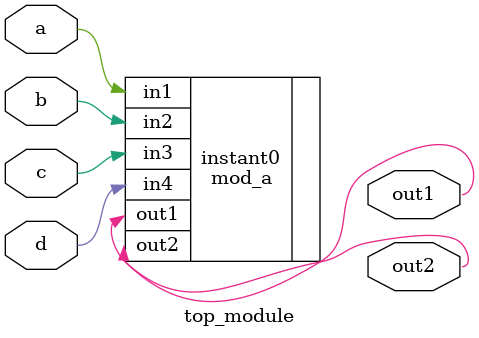
<source format=v>
module top_module ( 
    input a, 
    input b, 
    input c,
    input d,
    output out1,
    output out2
);
    mod_a instant0(.out1(out1),.out2(out2),.in1(a),.in2(b),.in3(c),.in4(d));

endmodule

</source>
